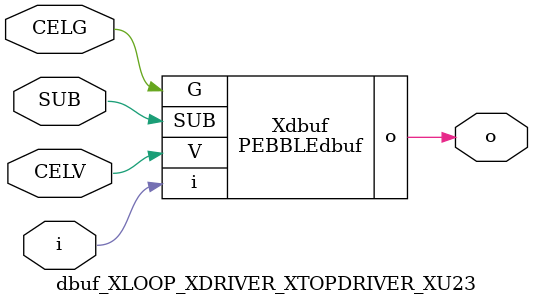
<source format=v>



module PEBBLEdbuf ( o, G, SUB, V, i );

  input V;
  input i;
  input G;
  output o;
  input SUB;
endmodule

//Celera Confidential Do Not Copy dbuf_XLOOP_XDRIVER_XTOPDRIVER_XU23
//Celera Confidential Symbol Generator
//Digital Buffer
module dbuf_XLOOP_XDRIVER_XTOPDRIVER_XU23 (CELV,CELG,i,o,SUB);
input CELV;
input CELG;
input i;
input SUB;
output o;

//Celera Confidential Do Not Copy dbuf
PEBBLEdbuf Xdbuf(
.V (CELV),
.i (i),
.o (o),
.SUB (SUB),
.G (CELG)
);
//,diesize,PEBBLEdbuf

//Celera Confidential Do Not Copy Module End
//Celera Schematic Generator
endmodule

</source>
